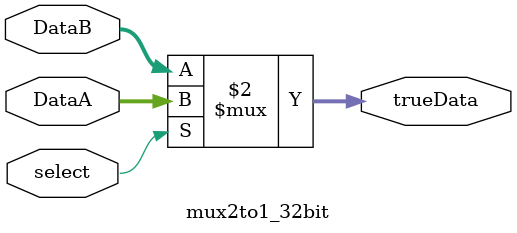
<source format=v>
module mux2to1_32bit(
	input select,
	input [31:0]DataA,DataB,
	output reg[31:0] trueData
	);
	
	always@(*) begin
		trueData=select?DataA:DataB;
	end
endmodule
</source>
